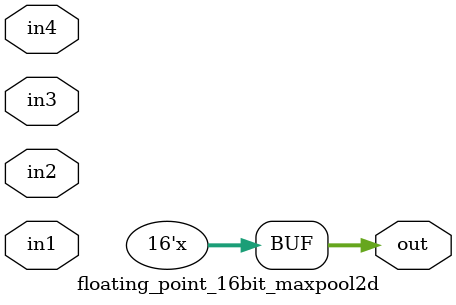
<source format=v>
/*-------------------------------------------------------------------------
Maxpool2D module considering inputs based on half-precision IEEE-754 statndard
---------------------------------------------------------------------------*/

module floating_point_16bit_maxpool2d(in1, in2, in3, in4, out);

// Inputs and Output
input [15:0] in1;
input [15:0] in2;
input [15:0] in3;
input [15:0] in4;

output reg [15:0] out;
reg [15:0] temp1;
reg [15:0] temp2;

wire [10:0] mantissa_1;
wire [10:0] mantissa_2;
wire [10:0] mantissa_3;
wire [10:0] mantissa_4;

// STEP 1: To equate the exponents and shift the mantissas according to the maximum exponent
multiple_fp_alignment step_1 (in1, in2, in3, in4, mantissa_1, mantissa_2, mantissa_3, mantissa_4);

// STEP 2: To find the maximum comparing mantissa (The maxpool2d is placed after ReLU in CNVLUTIN, so all numbers are positive)
always @(*) begin

	if(mantissa_1 <= mantissa_2)
		temp1 <= in2;
	else
		temp1 <= in1;

	if(mantissa_3 <= mantissa_4)
		temp2 <= in4;
	else
		temp2 <= in3;
		
	if(temp1 <= temp2)
		out <= temp2;
	else
		out <= temp1;
end

endmodule
</source>
